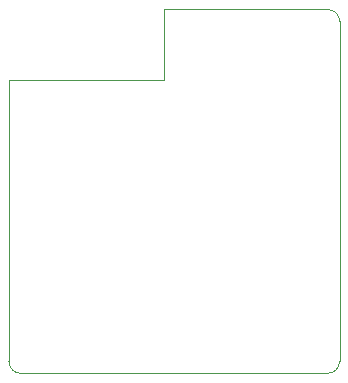
<source format=gbr>
G04 #@! TF.GenerationSoftware,KiCad,Pcbnew,(6.0.11)*
G04 #@! TF.CreationDate,2023-02-28T22:09:58+01:00*
G04 #@! TF.ProjectId,atmega328p-au--e01c-ml01s--bme280--cr2032,61746d65-6761-4333-9238-702d61752d2d,rev?*
G04 #@! TF.SameCoordinates,Original*
G04 #@! TF.FileFunction,Profile,NP*
%FSLAX46Y46*%
G04 Gerber Fmt 4.6, Leading zero omitted, Abs format (unit mm)*
G04 Created by KiCad (PCBNEW (6.0.11)) date 2023-02-28 22:09:58*
%MOMM*%
%LPD*%
G01*
G04 APERTURE LIST*
G04 #@! TA.AperFunction,Profile*
%ADD10C,0.100000*%
G04 #@! TD*
G04 APERTURE END LIST*
D10*
X122123000Y-92395000D02*
X96123000Y-92395000D01*
X108223000Y-61595000D02*
X122123000Y-61595000D01*
X123123000Y-62595000D02*
X123123000Y-91395000D01*
X95123000Y-67595000D02*
X108223000Y-67595000D01*
X123123000Y-62595000D02*
G75*
G03*
X122123000Y-61595000I-1000000J0D01*
G01*
X95123000Y-91395000D02*
G75*
G03*
X96123000Y-92395000I1000000J0D01*
G01*
X95123000Y-91395000D02*
X95123000Y-67595000D01*
X122123000Y-92395000D02*
G75*
G03*
X123123000Y-91395000I0J1000000D01*
G01*
X108223000Y-67595000D02*
X108223000Y-61595000D01*
M02*

</source>
